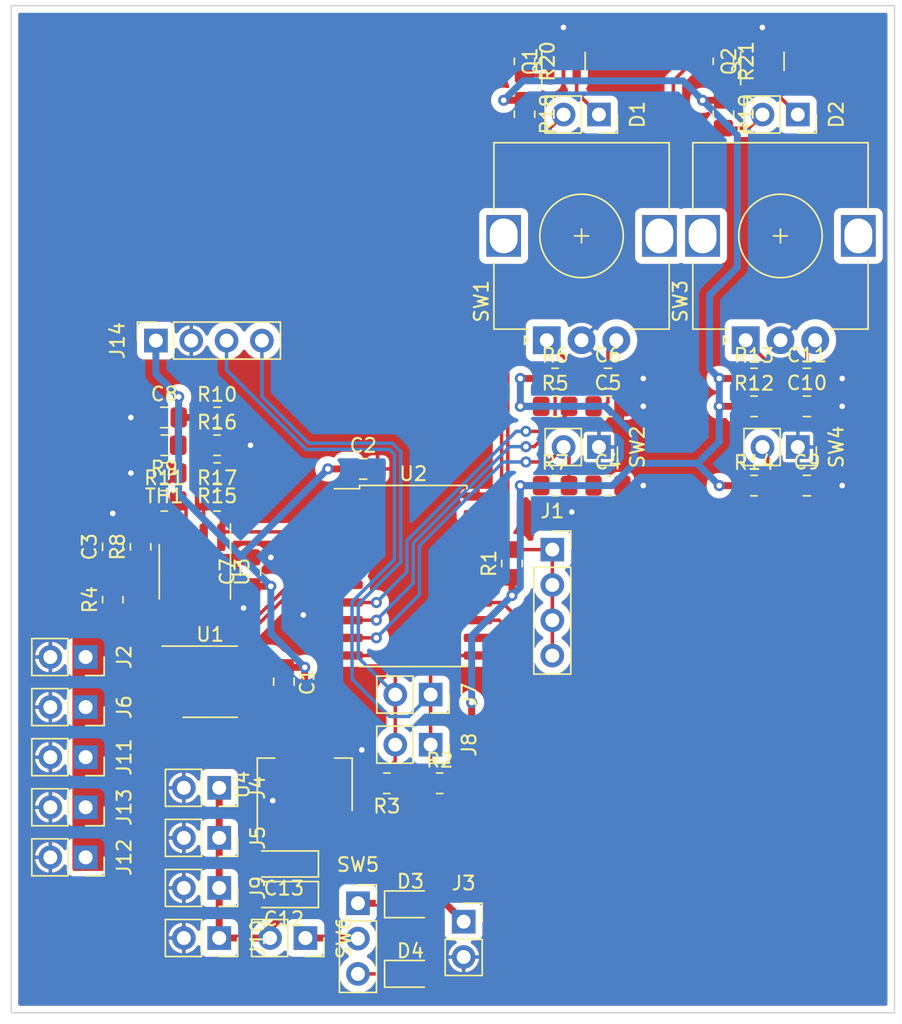
<source format=kicad_pcb>
(kicad_pcb (version 20211014) (generator pcbnew)
  (layers (0 "F.Cu" signal) (31 "B.Cu" signal) (34 "B.Paste" user) (35 "F.Paste" user) (36 "B.SilkS" user "B.Silkscreen") (37 "F.SilkS" user "F.Silkscreen") (38 "B.Mask" user) (39 "F.Mask" user) (44 "Edge.Cuts" user))
  (net 0 "")
  (net 1 "+3V3")
  (net 2 "GND")
  (net 3 "Net-(C3-Pad1)")
  (net 4 "/BUTT1")
  (net 5 "/ENC1B")
  (net 6 "/ENC1A")
  (net 7 "/BUTT2")
  (net 8 "/ENC2B")
  (net 9 "/ENC2A")
  (net 10 "VS")
  (net 11 "Net-(D1-Pad1)")
  (net 12 "Net-(D1-Pad2)")
  (net 13 "Net-(D2-Pad1)")
  (net 14 "Net-(D2-Pad2)")
  (net 15 "Net-(D3-Pad1)")
  (net 16 "/Vbatt")
  (net 17 "Net-(D4-Pad1)")
  (net 18 "/Vswitched")
  (net 19 "/~{EXT_RESET}")
  (net 20 "/Vpanel")
  (net 21 "/Vload")
  (net 22 "/SCL")
  (net 23 "/SDA")
  (net 24 "Net-(Q1-Pad1)")
  (net 25 "Net-(Q2-Pad1)")
  (net 26 "Net-(R11-Pad1)")
  (net 27 "Net-(R10-Pad2)")
  (net 28 "Net-(R11-Pad2)")
  (net 29 "Net-(R15-Pad2)")
  (net 30 "/Tsense")
  (net 31 "/LED_G")
  (net 32 "/LED_R")
  (net 33 "Net-(SW5-Pad2)")
  (net 34 "/Isense")
  (net 36 "/Vsense")
  (footprint "Connector_PinSocket_2.54mm:PinSocket_1x02_P2.54mm_Vertical" (layer "F.Cu") (at 127.95 110.125 -90)
    (fp_text reference "J2")
    (fp_text value "Conn_01x02")
  )
  (footprint "Rotary_Encoder:RotaryEncoder_Alps_EC12E_Vertical_H20mm" (layer "F.Cu") (at 175.4 87.35 90)
    (fp_text reference "SW3")
    (fp_text value "RotaryEncoder")
  )
  (footprint "Resistor_SMD:R_0805_2012Metric_Pad1.20x1.40mm_HandSolder" (layer "F.Cu") (at 133.6 96.9 180)
    (fp_text reference "TH1")
    (fp_text value "Thermistor")
  )
  (footprint "Resistor_SMD:R_0805_2012Metric_Pad1.20x1.40mm_HandSolder" (layer "F.Cu") (at 137.4 98.9)
    (fp_text reference "R17")
    (fp_text value "R")
  )
  (footprint "Connector_PinSocket_2.54mm:PinSocket_1x02_P2.54mm_Vertical" (layer "F.Cu") (at 164.85 95.025 -90)
    (fp_text reference "SW2")
    (fp_text value "SW_Push")
  )
  (footprint "Package_SO:SOIC-20W_7.5x12.8mm_P1.27mm" (layer "F.Cu") (at 151.5 104.3)
    (fp_text reference "U2")
    (fp_text value "ATtiny3226-SU")
  )
  (footprint "Resistor_SMD:R_0805_2012Metric_Pad1.20x1.40mm_HandSolder" (layer "F.Cu") (at 149.6 119.2 180)
    (fp_text reference "R3")
    (fp_text value "R")
  )
  (footprint "Resistor_SMD:R_0805_2012Metric_Pad1.20x1.40mm_HandSolder" (layer "F.Cu") (at 137.4 96.9 180)
    (fp_text reference "R15")
    (fp_text value "R")
  )
  (footprint "Resistor_SMD:R_0805_2012Metric_Pad1.20x1.40mm_HandSolder" (layer "F.Cu") (at 129.9 106 90)
    (fp_text reference "R4")
    (fp_text value "R")
  )
  (footprint "Connector_PinSocket_2.54mm:PinSocket_1x02_P2.54mm_Vertical" (layer "F.Cu") (at 164.85 71.125 -90)
    (fp_text reference "D1")
    (fp_text value "LED")
  )
  (footprint "Capacitor_SMD:C_0805_2012Metric_Pad1.18x1.45mm_HandSolder" (layer "F.Cu") (at 179.8 92.1)
    (fp_text reference "C10")
    (fp_text value "100n")
  )
  (footprint "Resistor_SMD:R_0805_2012Metric_Pad1.20x1.40mm_HandSolder" (layer "F.Cu") (at 133.6 98.9)
    (fp_text reference "R11")
    (fp_text value "R")
  )
  (footprint "Rotary_Encoder:RotaryEncoder_Alps_EC12E_Vertical_H20mm" (layer "F.Cu") (at 161.1 87.35 90)
    (fp_text reference "SW1")
    (fp_text value "RotaryEncoder")
  )
  (footprint "Diode_SMD:D_0805_2012Metric_Pad1.15x1.40mm_HandSolder" (layer "F.Cu") (at 151.3 127.9)
    (fp_text reference "D3")
    (fp_text value "D_Schottky")
  )
  (footprint "Connector_PinSocket_2.54mm:PinSocket_1x04_P2.54mm_Vertical" (layer "F.Cu") (at 133 87.375 90)
    (fp_text reference "J14")
    (fp_text value "Conn_01x04")
  )
  (footprint "Connector_PinSocket_2.54mm:PinSocket_1x02_P2.54mm_Vertical" (layer "F.Cu") (at 155.125 129.15)
    (fp_text reference "J3")
    (fp_text value "Conn_01x02")
  )
  (footprint "Resistor_SMD:R_0805_2012Metric_Pad1.20x1.40mm_HandSolder" (layer "F.Cu") (at 176 97.8)
    (fp_text reference "R14")
    (fp_text value "R")
  )
  (footprint "Resistor_SMD:R_0805_2012Metric_Pad1.20x1.40mm_HandSolder" (layer "F.Cu") (at 137.4 92.9)
    (fp_text reference "R10")
    (fp_text value "R")
  )
  (footprint "Connector_PinSocket_2.54mm:PinSocket_1x02_P2.54mm_Vertical" (layer "F.Cu") (at 127.95 124.525 -90)
    (fp_text reference "J12")
    (fp_text value "Conn_01x02")
  )
  (footprint "Connector_PinSocket_2.54mm:PinSocket_1x02_P2.54mm_Vertical" (layer "F.Cu") (at 179.15 95.025 -90)
    (fp_text reference "SW4")
    (fp_text value "SW_Push")
  )
  (footprint "Resistor_SMD:R_0805_2012Metric_Pad1.20x1.40mm_HandSolder" (layer "F.Cu") (at 173.8 67.3 -90)
    (fp_text reference "R21")
    (fp_text value "R")
  )
  (footprint "Capacitor_SMD:C_0805_2012Metric_Pad1.18x1.45mm_HandSolder" (layer "F.Cu") (at 165.5 92.1)
    (fp_text reference "C5")
    (fp_text value "100n")
  )
  (footprint "Connector_PinSocket_2.54mm:PinSocket_1x02_P2.54mm_Vertical" (layer "F.Cu") (at 137.55 123.125 -90)
    (fp_text reference "J5")
    (fp_text value "Conn_01x02")
  )
  (footprint "Connector_PinSocket_2.54mm:PinSocket_1x02_P2.54mm_Vertical" (layer "F.Cu") (at 137.55 119.525 -90)
    (fp_text reference "J4")
    (fp_text value "Conn_01x02")
  )
  (footprint "Diode_SMD:D_0805_2012Metric_Pad1.15x1.40mm_HandSolder" (layer "F.Cu") (at 151.3 132.9)
    (fp_text reference "D4")
    (fp_text value "D_Schottky")
  )
  (footprint "Connector_PinSocket_2.54mm:PinSocket_1x02_P2.54mm_Vertical" (layer "F.Cu") (at 143.75 130.325 -90)
    (fp_text reference "SW6")
    (fp_text value "SW_SPST")
  )
  (footprint "Package_TO_SOT_SMD:SOT-23" (layer "F.Cu") (at 176.6 67.3 90)
    (fp_text reference "Q2")
    (fp_text value "Q_NPN_BCE")
  )
  (footprint "Connector_PinSocket_2.54mm:PinSocket_1x02_P2.54mm_Vertical" (layer "F.Cu") (at 152.75 116.425 -90)
    (fp_text reference "J8")
    (fp_text value "Conn_01x02")
  )
  (footprint "Resistor_SMD:R_0805_2012Metric_Pad1.20x1.40mm_HandSolder" (layer "F.Cu") (at 131.9 102.2 90)
    (fp_text reference "R8")
    (fp_text value "R")
  )
  (footprint "Resistor_SMD:R_0805_2012Metric_Pad1.20x1.40mm_HandSolder" (layer "F.Cu") (at 176 90.1)
    (fp_text reference "R13")
    (fp_text value "R")
  )
  (footprint "Resistor_SMD:R_0805_2012Metric_Pad1.20x1.40mm_HandSolder" (layer "F.Cu") (at 159.5 71.1 -90)
    (fp_text reference "R18")
    (fp_text value "R")
  )
  (footprint "Connector_PinSocket_2.54mm:PinSocket_1x03_P2.54mm_Vertical" (layer "F.Cu") (at 147.525 127.825)
    (fp_text reference "SW5")
    (fp_text value "SW_SPDT")
  )
  (footprint "Capacitor_SMD:C_0805_2012Metric_Pad1.18x1.45mm_HandSolder" (layer "F.Cu") (at 165.5 97.8)
    (fp_text reference "C4")
    (fp_text value "100n")
  )
  (footprint "Connector_PinSocket_2.54mm:PinSocket_1x02_P2.54mm_Vertical" (layer "F.Cu") (at 127.95 113.725 -90)
    (fp_text reference "J6")
    (fp_text value "Conn_01x02")
  )
  (footprint "Capacitor_SMD:C_0805_2012Metric_Pad1.18x1.45mm_HandSolder" (layer "F.Cu") (at 133.6 92.9)
    (fp_text reference "C8")
    (fp_text value "100n")
  )
  (footprint "Resistor_SMD:R_0805_2012Metric_Pad1.20x1.40mm_HandSolder" (layer "F.Cu") (at 161.7 97.8)
    (fp_text reference "R7")
    (fp_text value "R")
  )
  (footprint "Capacitor_SMD:C_0805_2012Metric_Pad1.18x1.45mm_HandSolder" (layer "F.Cu") (at 139.8 104 90)
    (fp_text reference "C7")
    (fp_text value "100n")
  )
  (footprint "Resistor_SMD:R_0805_2012Metric_Pad1.20x1.40mm_HandSolder" (layer "F.Cu") (at 153.4 119.2)
    (fp_text reference "R2")
    (fp_text value "R")
  )
  (footprint "Capacitor_SMD:C_0805_2012Metric_Pad1.18x1.45mm_HandSolder" (layer "F.Cu") (at 142.2 111.9 -90)
    (fp_text reference "C1")
    (fp_text value "100n")
  )
  (footprint "Connector_PinSocket_2.54mm:PinSocket_1x02_P2.54mm_Vertical" (layer "F.Cu") (at 137.55 126.725 -90)
    (fp_text reference "J9")
    (fp_text value "Conn_01x02")
  )
  (footprint "Resistor_SMD:R_0805_2012Metric_Pad1.20x1.40mm_HandSolder" (layer "F.Cu") (at 133.6 94.9 180)
    (fp_text reference "R9")
    (fp_text value "R")
  )
  (footprint "Package_SO:SOIC-8_3.9x4.9mm_P1.27mm" (layer "F.Cu") (at 135.8 104 -90)
    (fp_text reference "U3")
    (fp_text value "TL072")
  )
  (footprint "Capacitor_SMD:C_0805_2012Metric_Pad1.18x1.45mm_HandSolder" (layer "F.Cu") (at 147.9 96.6)
    (fp_text reference "C2")
    (fp_text value "100n")
  )
  (footprint "Connector_PinSocket_2.54mm:PinSocket_1x04_P2.54mm_Vertical" (layer "F.Cu") (at 161.5 102.4)
    (fp_text reference "J1")
    (fp_text value "Conn_01x04")
  )
  (footprint "Resistor_SMD:R_0805_2012Metric_Pad1.20x1.40mm_HandSolder" (layer "F.Cu") (at 173.8 71.1 -90)
    (fp_text reference "R19")
    (fp_text value "R")
  )
  (footprint "Capacitor_SMD:C_0805_2012Metric_Pad1.18x1.45mm_HandSolder" (layer "F.Cu") (at 129.9 102.2 90)
    (fp_text reference "C3")
    (fp_text value "100n")
  )
  (footprint "Package_TO_SOT_SMD:SOT-23" (layer "F.Cu") (at 162.3 67.3 90)
    (fp_text reference "Q1")
    (fp_text value "Q_NPN_BCE")
  )
  (footprint "Capacitor_SMD:C_0805_2012Metric_Pad1.18x1.45mm_HandSolder" (layer "F.Cu") (at 179.8 90.1)
    (fp_text reference "C11")
    (fp_text value "100n")
  )
  (footprint "Connector_PinSocket_2.54mm:PinSocket_1x02_P2.54mm_Vertical" (layer "F.Cu") (at 127.95 117.325 -90)
    (fp_text reference "J11")
    (fp_text value "Conn_01x02")
  )
  (footprint "Capacitor_Tantalum_SMD:CP_EIA-3216-10_Kemet-I_Pad1.58x1.35mm_HandSolder" (layer "F.Cu") (at 142.2 125 180)
    (fp_text reference "C13")
    (fp_text value "10u")
  )
  (footprint "Resistor_SMD:R_0805_2012Metric_Pad1.20x1.40mm_HandSolder" (layer "F.Cu") (at 158.6 103.4 90)
    (fp_text reference "R1")
    (fp_text value "R")
  )
  (footprint "Package_TO_SOT_SMD:SOT-223-3_TabPin2" (layer "F.Cu") (at 143.7 119.3 90)
    (fp_text reference "U4")
    (fp_text value "NCP1117-3.3_SOT223")
  )
  (footprint "Package_SO:SOIC-8_3.9x4.9mm_P1.27mm" (layer "F.Cu") (at 136.9 111.9)
    (fp_text reference "U1")
    (fp_text value "TMCS1108A4U")
  )
  (footprint "Connector_PinSocket_2.54mm:PinSocket_1x02_P2.54mm_Vertical" (layer "F.Cu") (at 137.55 130.325 -90)
    (fp_text reference "J10")
    (fp_text value "Conn_01x02")
  )
  (footprint "Capacitor_Tantalum_SMD:CP_EIA-3216-10_Kemet-I_Pad1.58x1.35mm_HandSolder" (layer "F.Cu") (at 142.2 127.2 180)
    (fp_text reference "C12")
    (fp_text value "10u")
  )
  (footprint "Resistor_SMD:R_0805_2012Metric_Pad1.20x1.40mm_HandSolder" (layer "F.Cu") (at 137.4 94.9)
    (fp_text reference "R16")
    (fp_text value "R")
  )
  (footprint "Resistor_SMD:R_0805_2012Metric_Pad1.20x1.40mm_HandSolder" (layer "F.Cu") (at 161.7 90.1)
    (fp_text reference "R6")
    (fp_text value "R")
  )
  (footprint "Resistor_SMD:R_0805_2012Metric_Pad1.20x1.40mm_HandSolder" (layer "F.Cu") (at 161.7 92.1)
    (fp_text reference "R5")
    (fp_text value "R")
  )
  (footprint "Resistor_SMD:R_0805_2012Metric_Pad1.20x1.40mm_HandSolder" (layer "F.Cu") (at 159.5 67.3 -90)
    (fp_text reference "R20")
    (fp_text value "R")
  )
  (footprint "Resistor_SMD:R_0805_2012Metric_Pad1.20x1.40mm_HandSolder" (layer "F.Cu") (at 176 92.1)
    (fp_text reference "R12")
    (fp_text value "R")
  )
  (footprint "Capacitor_SMD:C_0805_2012Metric_Pad1.18x1.45mm_HandSolder" (layer "F.Cu") (at 179.8 97.8)
    (fp_text reference "C9")
    (fp_text value "100n")
  )
  (footprint "Connector_PinSocket_2.54mm:PinSocket_1x02_P2.54mm_Vertical" (layer "F.Cu") (at 179.15 71.125 -90)
    (fp_text reference "D2")
    (fp_text value "LED")
  )
  (footprint "Connector_PinSocket_2.54mm:PinSocket_1x02_P2.54mm_Vertical" (layer "F.Cu") (at 127.95 120.925 -90)
    (fp_text reference "J13")
    (fp_text value "Conn_01x02")
  )
  (footprint "Connector_PinSocket_2.54mm:PinSocket_1x02_P2.54mm_Vertical" (layer "F.Cu") (at 152.75 112.825 -90)
    (fp_text reference "J7")
    (fp_text value "Conn_01x02")
  )
  (footprint "Capacitor_SMD:C_0805_2012Metric_Pad1.18x1.45mm_HandSolder" (layer "F.Cu") (at 165.5 90.1)
    (fp_text reference "C6")
    (fp_text value "100n")
  )
  (gr_rect (start 122.6 135.7) (end 186.1 63.3) (layer "Edge.Cuts") (width 0.1) (fill none))
  (segment (start 155.7 113.4) (end 155.7 120) (width 0.5) (layer "F.Cu") (net 1))
  (segment (start 141.3325 109.995) (end 142.2 110.8625) (width 0.5) (layer "F.Cu") (net 1))
  (segment (start 139.375 109.995) (end 141.3325 109.995) (width 0.5) (layer "F.Cu") (net 1))
  (segment (start 134.6 94.9) (end 134.6 92.9375) (width 0.5) (layer "F.Cu") (net 1))
  (segment (start 143.7 110.8625) (end 143.7 116.15) (width 0.5) (layer "F.Cu") (net 1))
  (segment (start 151.5 119.2) (end 151.5 120.7) (width 0.5) (layer "F.Cu") (net 1))
  (segment (start 143.7 120.7) (end 143.7 122.45) (width 0.5) (layer "F.Cu") (net 1))
  (segment (start 134.6375 92.9) (end 136.4 92.9) (width 0.5) (layer "F.Cu") (net 1))
  (segment (start 146.8625 96.6) (end 145.3625 96.6) (width 0.5) (layer "F.Cu") (net 1))
  (segment (start 134.6375 91.41875) (end 134.6375 92.9) (width 0.5) (layer "F.Cu") (net 1))
  (segment (start 159.2 90.1) (end 160.7 90.1) (width 0.5) (layer "F.Cu") (net 1))
  (segment (start 159.2 92.1) (end 160.7 92.1) (width 0.5) (layer "F.Cu") (net 1))
  (segment (start 142.2 110.8625) (end 143.7 110.8625) (width 0.5) (layer "F.Cu") (net 1))
  (segment (start 143.7 116.15) (end 143.7 120.7) (width 0.5) (layer "F.Cu") (net 1))
  (segment (start 143.7 124.9375) (end 143.6375 125) (width 0.5) (layer "F.Cu") (net 1))
  (segment (start 175 97.8) (end 173.5 97.8) (width 0.5) (layer "F.Cu") (net 1))
  (segment (start 159.2 97.8) (end 160.7 97.8) (width 0.5) (layer "F.Cu") (net 1))
  (segment (start 146.85 96.6125) (end 146.8625 96.6) (width 0.5) (layer "F.Cu") (net 1))
  (segment (start 172.3 70.1) (end 173.8 70.1) (width 0.5) (layer "F.Cu") (net 1))
  (segment (start 143.7 122.45) (end 143.7 124.9375) (width 0.5) (layer "F.Cu") (net 1))
  (segment (start 158 70.1) (end 159.5 70.1) (width 0.5) (layer "F.Cu") (net 1))
  (segment (start 137.9625 105.0375) (end 139.8 105.0375) (width 0.5) (layer "F.Cu") (net 1))
  (segment (start 155.7 120) (end 155 120.7) (width 0.5) (layer "F.Cu") (net 1))
  (segment (start 137.705 106.475) (end 137.705 105.295) (width 0.5) (layer "F.Cu") (net 1))
  (segment (start 175 90.1) (end 173.5 90.1) (width 0.5) (layer "F.Cu") (net 1))
  (segment (start 150.6 119.2) (end 151.5 119.2) (width 0.5) (layer "F.Cu") (net 1))
  (segment (start 143.7 120.7) (end 151.5 120.7) (width 0.5) (layer "F.Cu") (net 1))
  (segment (start 134.6 92.9375) (end 134.61875 92.91875) (width 0.5) (layer "F.Cu") (net 1))
  (segment (start 134.61875 92.91875) (end 134.6375 92.9) (width 0.5) (layer "F.Cu") (net 1))
  (segment (start 151.5 119.2) (end 152.4 119.2) (width 0.5) (layer "F.Cu") (net 1))
  (segment (start 146.85 98.585) (end 146.85 96.6125) (width 0.5) (layer "F.Cu") (net 1))
  (segment (start 139.8 105.0375) (end 141.2625 105.0375) (width 0.5) (layer "F.Cu") (net 1))
  (segment (start 158.6 105.7) (end 158.6 104.4) (width 0.5) (layer "F.Cu") (net 1))
  (segment (start 155 120.7) (end 151.5 120.7) (width 0.5) (layer "F.Cu") (net 1))
  (segment (start 137.705 105.295) (end 137.9625 105.0375) (width 0.5) (layer "F.Cu") (net 1))
  (segment (start 175 92.1) (end 173.5 92.1) (width 0.5) (layer "F.Cu") (net 1))
  (via (at 173.5 92.1) (size 0.8) (drill 0.4) (layers "F.Cu" "B.Cu") (net 1))
  (via (at 159.2 92.1) (size 0.8) (drill 0.4) (layers "F.Cu" "B.Cu") (net 1))
  (via (at 159.2 90.1) (size 0.8) (drill 0.4) (layers "F.Cu" "B.Cu") (net 1))
  (via (at 158.6 105.7) (size 0.8) (drill 0.4) (layers "F.Cu" "B.Cu") (net 1))
  (via (at 143.7 110.8625) (size 0.8) (drill 0.4) (layers "F.Cu" "B.Cu") (net 1))
  (via (at 159.2 97.8) (size 0.8) (drill 0.4) (layers "F.Cu" "B.Cu") (net 1))
  (via (at 141.2625 105.0375) (size 0.8) (drill 0.4) (layers "F.Cu" "B.Cu") (net 1))
  (via (at 145.3625 96.6) (size 0.8) (drill 0.4) (layers "F.Cu" "B.Cu") (net 1))
  (via (at 155.7 113.4) (size 0.8) (drill 0.4) (layers "F.Cu" "B.Cu") (net 1))
  (via (at 158 70.1) (size 0.8) (drill 0.4) (layers "F.Cu" "B.Cu") (net 1))
  (via (at 173.5 97.8) (size 0.8) (drill 0.4) (layers "F.Cu" "B.Cu") (net 1))
  (via (at 172.3 70.1) (size 0.8) (drill 0.4) (layers "F.Cu" "B.Cu") (net 1))
  (via (at 173.5 90.1) (size 0.8) (drill 0.4) (layers "F.Cu" "B.Cu") (net 1))
  (via (at 134.6375 91.41875) (size 0.8) (drill 0.4) (layers "F.Cu" "B.Cu") (net 1))
  (segment (start 167.4 96.2) (end 167.4 94.2) (width 0.5) (layer "B.Cu") (net 1))
  (segment (start 172.3 70.1) (end 170.9 68.7) (width 0.5) (layer "B.Cu") (net 1))
  (segment (start 159.2 105.1) (end 158.6 105.7) (width 0.5) (layer "B.Cu") (net 1))
  (segment (start 133 89.78125) (end 134.6375 91.41875) (width 0.5) (layer "B.Cu") (net 1))
  (segment (start 134.6375 98.4125) (end 134.6375 91.41875) (width 0.5) (layer "B.Cu") (net 1))
  (segment (start 174.8 72.6) (end 172.3 70.1) (width 0.5) (layer "B.Cu") (net 1))
  (segment (start 167.4 94.2) (end 165.3 92.1) (width 0.5) (layer "B.Cu") (net 1))
  (segment (start 165.3 92.1) (end 159.2 92.1) (width 0.5) (layer "B.Cu") (net 1))
  (segment (start 167.4 96.2) (end 171.9 96.2) (width 0.5) (layer "B.Cu") (net 1))
  (segment (start 165.8 97.8) (end 167.4 96.2) (width 0.5) (layer "B.Cu") (net 1))
  (segment (start 172.8 84.1) (end 174.8 82.1) (width 0.5) (layer "B.Cu") (net 1))
  (segment (start 173.5 90.1) (end 172.8 89.4) (width 0.5) (layer "B.Cu") (net 1))
  (segment (start 139.09375 102.86875) (end 141.2625 105.0375) (width 0.5) (layer "B.Cu") (net 1))
  (segment (start 159.2 97.8) (end 165.8 97.8) (width 0.5) (layer "B.Cu") (net 1))
  (segment (start 173.5 94.65) (end 171.95 96.2) (width 0.5) (layer "B.Cu") (net 1))
  (segment (start 174.8 82.1) (end 174.8 72.6) (width 0.5) (layer "B.Cu") (net 1))
  (segment (start 170.9 68.7) (end 159.4 68.7) (width 0.5) (layer "B.Cu") (net 1))
  (segment (start 173.5 92.1) (end 173.5 94.65) (width 0.5) (layer "B.Cu") (net 1))
  (segment (start 171.9 96.2) (end 173.5 97.8) (width 0.5) (layer "B.Cu") (net 1))
  (segment (start 143.7 110.8625) (end 141.2625 108.425) (width 0.5) (layer "B.Cu") (net 1))
  (segment (start 141.2625 108.425) (end 141.2625 105.0375) (width 0.5) (layer "B.Cu") (net 1))
  (segment (start 145.3625 96.6) (end 139.09375 102.86875) (width 0.5) (layer "B.Cu") (net 1))
  (segment (start 141.2625 105.0375) (end 134.6375 98.4125) (width 0.5) (layer "B.Cu") (net 1))
  (segment (start 159.4 68.7) (end 158 70.1) (width 0.5) (layer "B.Cu") (net 1))
  (segment (start 172.8 89.4) (end 172.8 84.1) (width 0.5) (layer "B.Cu") (net 1))
  (segment (start 159.2 97.8) (end 159.2 105.1) (width 0.5) (layer "B.Cu") (net 1))
  (segment (start 173.5 90.1) (end 173.5 92.1) (width 0.5) (layer "B.Cu") (net 1))
  (segment (start 159.2 92.1) (end 159.2 90.1) (width 0.5) (layer "B.Cu") (net 1))
  (segment (start 133 87.375) (end 133 89.78125) (width 0.5) (layer "B.Cu") (net 1))
  (segment (start 155.7 113.4) (end 155.7 108.6) (width 0.5) (layer "B.Cu") (net 1))
  (segment (start 155.7 108.6) (end 158.6 105.7) (width 0.5) (layer "B.Cu") (net 1))
  (segment (start 139.375 113.805) (end 141.3325 113.805) (width 0.25) (layer "F.Cu") (net 2))
  (segment (start 182.3375 90.1) (end 180.8375 90.1) (width 0.5) (layer "F.Cu") (net 2))
  (segment (start 139.8 102.9625) (end 134.1625 102.9625) (width 0.5) (layer "F.Cu") (net 2))
  (segment (start 141.3325 113.805) (end 142.2 112.9375) (width 0.25) (layer "F.Cu") (net 2))
  (segment (start 131.9 101.2) (end 133.895 101.2) (width 0.5) (layer "F.Cu") (net 2))
  (segment (start 138.4 94.9) (end 139.8 94.9) (width 0.5) (layer "F.Cu") (net 2))
  (segment (start 131.8625 101.1625) (end 131.9 101.2) (width 0.5) (layer "F.Cu") (net 2))
  (segment (start 166.5375 92.1) (end 168.0375 92.1) (width 0.5) (layer "F.Cu") (net 2))
  (segment (start 166.5375 90.1) (end 168.0375 90.1) (width 0.5) (layer "F.Cu") (net 2))
  (segment (start 162.3 66.3625) (end 162.3 64.8625) (width 0.5) (layer "F.Cu") (net 2))
  (segment (start 166.5375 97.8) (end 168.0375 97.8) (width 0.5) (layer "F.Cu") (net 2))
  (segment (start 134.1625 102.9625) (end 133.895 102.695) (width 0.5) (layer "F.Cu") (net 2))
  (segment (start 132.5625 92.9) (end 131.2 92.9) (width 0.5) (layer "F.Cu") (net 2))
  (segment (start 129.9 101.1625) (end 131.8625 101.1625) (width 0.5) (layer "F.Cu") (net 2))
  (segment (start 176.6 66.3625) (end 176.6 64.8625) (width 0.5) (layer "F.Cu") (net 2))
  (segment (start 139.8 102.9625) (end 141.2625 102.9625) (width 0.5) (layer "F.Cu") (net 2))
  (segment (start 182.3375 97.8) (end 180.8375 97.8) (width 0.5) (layer "F.Cu") (net 2))
  (segment (start 182.3375 92.1) (end 180.8375 92.1) (width 0.5) (layer "F.Cu") (net 2))
  (segment (start 129.9 101.1625) (end 129.9 99.8) (width 0.5) (layer "F.Cu") (net 2))
  (segment (start 133.895 102.695) (end 133.895 101.525) (width 0.5) (layer "F.Cu") (net 2))
  (segment (start 132.6 96.9) (end 131.2 96.9) (width 0.5) (layer "F.Cu") (net 2))
  (via (at 147.8 116.8) (size 0.8) (drill 0.4) (layers "F.Cu" "B.Cu") (net 2))
  (via (at 168.0375 90.1) (size 0.8) (drill 0.4) (layers "F.Cu" "B.Cu") (net 2))
  (via (at 131.2 92.9) (size 0.8) (drill 0.4) (layers "F.Cu" "B.Cu") (net 2))
  (via (at 129.9 99.8) (size 0.8) (drill 0.4) (layers "F.Cu" "B.Cu") (net 2))
  (via (at 139.8 94.9) (size 0.8) (drill 0.4) (layers "F.Cu" "B.Cu") (net 2))
  (via (at 182.3375 90.1) (size 0.8) (drill 0.4) (layers "F.Cu" "B.Cu") (net 2))
  (via (at 168.0375 97.8) (size 0.8) (drill 0.4) (layers "F.Cu" "B.Cu") (net 2))
  (via (at 131.2 96.9) (size 0.8) (drill 0.4) (layers "F.Cu" "B.Cu") (net 2))
  (via (at 141.4 120.45) (size 0.8) (drill 0.4) (layers "F.Cu" "B.Cu") (net 2))
  (via (at 141.2625 102.9625) (size 0.8) (drill 0.4) (layers "F.Cu" "B.Cu") (net 2))
  (via (at 143.6 107.1) (size 0.8) (drill 0.4) (layers "F.Cu" "B.Cu") (net 2))
  (via (at 162.9 99.7) (size 0.8) (drill 0.4) (layers "F.Cu" "B.Cu") (net 2))
  (via (at 162.3 64.8625) (size 0.8) (drill 0.4) (layers "F.Cu" "B.Cu") (net 2))
  (via (at 176.6 64.8625) (size 0.8) (drill 0.4) (layers "F.Cu" "B.Cu") (net 2))
  (via (at 139.3 106.6) (size 0.8) (drill 0.4) (layers "F.Cu" "B.Cu") (net 2))
  (via (at 182.3375 97.8) (size 0.8) (drill 0.4) (layers "F.Cu" "B.Cu") (net 2))
  (via (at 182.3375 92.1) (size 0.8) (drill 0.4) (layers "F.Cu" "B.Cu") (net 2))
  (via (at 168.0375 92.1) (size 0.8) (drill 0.4) (layers "F.Cu" "B.Cu") (net 2))
  (segment (start 133.895 104.195) (end 133.895 106.475) (width 0.25) (layer "F.Cu") (net 3))
  (segment (start 129.9 103.2375) (end 131.8625 103.2375) (width 0.25) (layer "F.Cu") (net 3))
  (segment (start 129.9 105) (end 129.9 103.2375) (width 0.25) (layer "F.Cu") (net 3))
  (segment (start 132.9 103.2) (end 133.895 104.195) (width 0.25) (layer "F.Cu") (net 3))
  (segment (start 131.9 103.2) (end 132.9 103.2) (width 0.25) (layer "F.Cu") (net 3))
  (segment (start 131.8625 103.2375) (end 131.9 103.2) (width 0.25) (layer "F.Cu") (net 3))
  (segment (start 146.85 108.745) (end 148.85 108.745) (width 0.25) (layer "F.Cu") (net 4))
  (segment (start 162.7 97.8) (end 162.7 95.415) (width 0.25) (layer "F.Cu") (net 4))
  (segment (start 162.7 95.415) (end 162.31 95.025) (width 0.25) (layer "F.Cu") (net 4))
  (segment (start 162.31 95.025) (end 161.235 96.1) (width 0.25) (layer "F.Cu") (net 4))
  (segment (start 164.4625 97.8) (end 162.7 97.8) (width 0.25) (layer "F.Cu") (net 4))
  (segment (start 161.235 96.1) (end 159.6 96.1) (width 0.25) (layer "F.Cu") (net 4))
  (via (at 159.6 96.1) (size 0.8) (drill 0.4) (layers "F.Cu" "B.Cu") (net 4))
  (via (at 148.85 108.745) (size 0.8) (drill 0.4) (layers "F.Cu" "B.Cu") (net 4))
  (segment (start 151.94952 105.64548) (end 148.85 108.745) (width 0.25) (layer "B.Cu") (net 4))
  (segment (start 157.971436 96.1) (end 151.94952 102.121916) (width 0.25) (layer "B.Cu") (net 4))
  (segment (start 159.6 96.1) (end 157.971436 96.1) (width 0.25) (layer "B.Cu") (net 4))
  (segment (start 151.94952 102.121916) (end 151.94952 105.64548) (width 0.25) (layer "B.Cu") (net 4))
  (segment (start 160.2 95) (end 162.7 92.5) (width 0.25) (layer "F.Cu") (net 5))
  (segment (start 165.5 87.95) (end 166.1 87.35) (width 0.25) (layer "F.Cu") (net 5))
  (segment (start 165.5 91.8) (end 165.5 87.95) (width 0.25) (layer "F.Cu") (net 5))
  (segment (start 164.4625 92.1) (end 162.7 92.1) (width 0.25) (layer "F.Cu") (net 5))
  (segment (start 146.85 107.475) (end 148.85 107.475) (width 0.25) (layer "F.Cu") (net 5))
  (segment (start 165.2 92.1) (end 165.5 91.8) (width 0.25) (layer "F.Cu") (net 5))
  (segment (start 164.4625 92.1) (end 165.2 92.1) (width 0.25) (layer "F.Cu") (net 5))
  (segment (start 162.7 92.5) (end 162.7 92.1) (width 0.25) (layer "F.Cu") (net 5))
  (segment (start 159.6 95) (end 160.2 95) (width 0.25) (layer "F.Cu") (net 5))
  (via (at 148.85 107.475) (size 0.8) (drill 0.4) (layers "F.Cu" "B.Cu") (net 5))
  (via (at 159.6 95) (size 0.8) (drill 0.4) (layers "F.Cu" "B.Cu") (net 5))
  (segment (start 148.85 107.475) (end 151.5 104.825) (width 0.25) (layer "B.Cu") (net 5))
  (segment (start 151.5 101.935718) (end 158.435718 95) (width 0.25) (layer "B.Cu") (net 5))
  (segment (start 151.5 104.825) (end 151.5 101.935718) (width 0.25) (layer "B.Cu") (net 5))
  (segment (start 158.435718 95) (end 159.6 95) (width 0.25) (layer "B.Cu") (net 5))
  (segment (start 164.4625 90.1) (end 162.7 90.1) (width 0.25) (layer "F.Cu") (net 6))
  (segment (start 161.1 87.35) (end 162.7 88.95) (width 0.25) (layer "F.Cu") (net 6))
  (segment (start 146.85 106.205) (end 148.85 106.205) (width 0.25) (layer "F.Cu") (net 6))
  (segment (start 161.7 90.3) (end 161.9 90.1) (width 0.25) (layer "F.Cu") (net 6))
  (segment (start 162.7 88.95) (end 162.7 90.1) (width 0.25) (layer "F.Cu") (net 6))
  (segment (start 159.6 93.9) (end 160.6 93.9) (width 0.25) (layer "F.Cu") (net 6))
  (segment (start 161.7 92.8) (end 161.7 90.3) (width 0.25) (layer "F.Cu") (net 6))
  (segment (start 160.6 93.9) (end 161.7 92.8) (width 0.25) (layer "F.Cu") (net 6))
  (segment (start 161.9 90.1) (end 162.7 90.1) (width 0.25) (layer "F.Cu") (net 6))
  (via (at 148.85 106.205) (size 0.8) (drill 0.4) (layers "F.Cu" "B.Cu") (net 6))
  (via (at 159.6 93.9) (size 0.8) (drill 0.4) (layers "F.Cu" "B.Cu") (net 6))
  (segment (start 151.05048 104.00452) (end 148.85 106.205) (width 0.25) (layer "B.Cu") (net 6))
  (segment (start 151.05048 101.74952) (end 151.05048 104.00452) (width 0.25) (layer "B.Cu") (net 6))
  (segment (start 159.6 93.9) (end 158.9 93.9) (width 0.25) (layer "B.Cu") (net 6))
  (segment (start 158.9 93.9) (end 151.05048 101.74952) (width 0.25) (layer "B.Cu") (net 6))
  (segment (start 163.6 102.1) (end 166.3 99.4) (width 0.25) (layer "F.Cu") (net 7))
  (segment (start 177 95.415) (end 176.61 95.025) (width 0.25) (layer "F.Cu") (net 7))
  (segment (start 177 97.8) (end 178.7625 97.8) (width 0.25) (layer "F.Cu") (net 7))
  (segment (start 157.905 106.205) (end 159.5 107.8) (width 0.25) (layer "F.Cu") (net 7))
  (segment (start 159.5 107.8) (end 159.5 111) (width 0.25) (layer "F.Cu") (net 7))
  (segment (start 156.15 106.205) (end 157.905 106.205) (width 0.25) (layer "F.Cu") (net 7))
  (segment (start 177 97.8) (end 177 95.415) (width 0.25) (layer "F.Cu") (net 7))
  (segment (start 176.6 99.4) (end 177 99) (width 0.25) (layer "F.Cu") (net 7))
  (segment (start 159.5 111) (end 160.2 111.7) (width 0.25) (layer "F.Cu") (net 7))
  (segment (start 160.2 111.7) (end 163.1 111.7) (width 0.25) (layer "F.Cu") (net 7))
  (segment (start 166.3 99.4) (end 176.6 99.4) (width 0.25) (layer "F.Cu") (net 7))
  (segment (start 163.1 111.7) (end 163.6 111.2) (width 0.25) (layer "F.Cu") (net 7))
  (segment (start 177 99) (end 177 97.8) (width 0.25) (layer "F.Cu") (net 7))
  (segment (start 163.6 111.2) (end 163.6 102.1) (width 0.25) (layer "F.Cu") (net 7))
  (segment (start 159.827604 112.59904) (end 158.60096 111.372396) (width 0.25) (layer "F.Cu") (net 8))
  (segment (start 166.654057 100.317379) (end 164.49904 102.472396) (width 0.25) (layer "F.Cu") (net 8))
  (segment (start 179.8 92.788636) (end 183.511531 96.500168) (width 0.25) (layer "F.Cu") (net 8))
  (segment (start 179.8 87.95) (end 180.4 87.35) (width 0.25) (layer "F.Cu") (net 8))
  (segment (start 158.309282 108.745) (end 156.15 108.745) (width 0.25) (layer "F.Cu") (net 8))
  (segment (start 179.8 92.1) (end 179.8 92.788636) (width 0.25) (layer "F.Cu") (net 8))
  (segment (start 182.218338 100.317379) (end 166.654057 100.317379) (width 0.25) (layer "F.Cu") (net 8))
  (segment (start 183.511531 99.024187) (end 183.248208 99.287509) (width 0.25) (layer "F.Cu") (net 8))
  (segment (start 158.60096 111.372396) (end 158.60096 109.036678) (width 0.25) (layer "F.Cu") (net 8))
  (segment (start 183.511531 96.500168) (end 183.511531 99.024187) (width 0.25) (layer "F.Cu") (net 8))
  (segment (start 164.49904 102.472396) (end 164.49904 111.636678) (width 0.25) (layer "F.Cu") (net 8))
  (segment (start 178.7625 92.1) (end 179.8 92.1) (width 0.25) (layer "F.Cu") (net 8))
  (segment (start 179.8 92.1) (end 179.8 87.95) (width 0.25) (layer "F.Cu") (net 8))
  (segment (start 183.248208 99.287509) (end 182.218338 100.317379) (width 0.25) (layer "F.Cu") (net 8))
  (segment (start 163.536677 112.59904) (end 159.827604 112.59904) (width 0.25) (layer "F.Cu") (net 8))
  (segment (start 164.49904 111.636678) (end 163.536677 112.59904) (width 0.25) (layer "F.Cu") (net 8))
  (segment (start 158.60096 109.036678) (end 158.309282 108.745) (width 0.25) (layer "F.Cu") (net 8))
  (segment (start 177 92.1) (end 178.7625 92.1) (width 0.25) (layer "F.Cu") (net 8))
  (segment (start 176.3 93.2) (end 176 92.9) (width 0.25) (layer "F.Cu") (net 9))
  (segment (start 178.7625 90.1) (end 177 90.1) (width 0.25) (layer "F.Cu") (net 9))
  (segment (start 182.032141 99.867859) (end 183.062011 98.837989) (width 0.25) (layer "F.Cu") (net 9))
  (segment (start 160.013803 112.14952) (end 163.35048 112.14952) (width 0.25) (layer "F.Cu") (net 9))
  (segment (start 176 91.1) (end 177 90.1) (width 0.25) (layer "F.Cu") (net 9))
  (segment (start 157.675 107.475) (end 159.05048 108.85048) (width 0.25) (layer "F.Cu") (net 9))
  (segment (start 179.575646 93.2) (end 176.3 93.2) (width 0.25) (layer "F.Cu") (net 9))
  (segment (start 156.15 107.475) (end 157.675 107.475) (width 0.25) (layer "F.Cu") (net 9))
  (segment (start 175.4 87.35) (end 177 88.95) (width 0.25) (layer "F.Cu") (net 9))
  (segment (start 159.05048 108.85048) (end 159.05048 111.186198) (width 0.25) (layer "F.Cu") (net 9))
  (segment (start 166.467859 99.867859) (end 182.032141 99.867859) (width 0.25) (layer "F.Cu") (net 9))
  (segment (start 164.04952 111.45048) (end 164.04952 102.286198) (width 0.25) (layer "F.Cu") (net 9))
  (segment (start 164.04952 102.286198) (end 166.467859 99.867859) (width 0.25) (layer "F.Cu") (net 9))
  (segment (start 183.062011 98.837989) (end 183.062011 96.686365) (width 0.25) (layer "F.Cu") (net 9))
  (segment (start 183.062011 96.686365) (end 179.575646 93.2) (width 0.25) (layer "F.Cu") (net 9))
  (segment (start 177 88.95) (end 177 90.1) (width 0.25) (layer "F.Cu") (net 9))
  (segment (start 163.35048 112.14952) (end 164.04952 111.45048) (width 0.25) (layer "F.Cu") (net 9))
  (segment (start 159.05048 111.186198) (end 160.013803 112.14952) (width 0.25) (layer "F.Cu") (net 9))
  (segment (start 176 92.9) (end 176 91.1) (width 0.25) (layer "F.Cu") (net 9))
  (segment (start 141.21 129.6275) (end 143.6375 127.2) (width 0.5) (layer "F.Cu") (net 10))
  (segment (start 141.21 130.325) (end 141.21 129.6275) (width 0.5) (layer "F.Cu") (net 10))
  (segment (start 146 126.3) (end 146 122.45) (width 0.5) (layer "F.Cu") (net 10))
  (segment (start 137.55 119.525) (end 137.55 123.125) (width 0.5) (layer "F.Cu") (net 10))
  (segment (start 137.55 126.725) (end 137.55 123.125) (width 0.5) (layer "F.Cu") (net 10))
  (segment (start 143.6375 127.2) (end 145.1 127.2) (width 0.5) (layer "F.Cu") (net 10))
  (segment (start 145.1 127.2) (end 146 126.3) (width 0.5) (layer "F.Cu") (net 10))
  (segment (start 137.55 130.325) (end 137.55 126.725) (width 0.5) (layer "F.Cu") (net 10))
  (segment (start 141.21 130.325) (end 137.55 130.325) (width 0.5) (layer "F.Cu") (net 10))
  (segment (start 163.25 69.55) (end 164.825 71.125) (width 0.25) (layer "F.Cu") (net 11))
  (segment (start 163.25 68.2375) (end 163.25 69.55) (width 0.25) (layer "F.Cu") (net 11))
  (segment (start 164.825 71.125) (end 164.85 71.125) (width 0.25) (layer "F.Cu") (net 11))
  (segment (start 161.335 72.1) (end 162.31 71.125) (width 0.25) (layer "F.Cu") (net 12))
  (segment (start 159.5 72.1) (end 161.335 72.1) (width 0.25) (layer "F.Cu") (net 12))
  (segment (start 177.55 68.2375) (end 177.55 69.55) (width 0.25) (layer "F.Cu") (net 13))
  (segment (start 179.125 71.125) (end 179.15 71.125) (width 0.25) (layer "F.Cu") (net 13))
  (segment (start 177.55 69.55) (end 179.125 71.125) (width 0.25) (layer "F.Cu") (net 13))
  (segment (start 175.635 72.1) (end 176.61 71.125) (width 0.25) (layer "F.Cu") (net 14))
  (segment (start 173.8 72.1) (end 175.635 72.1) (width 0.25) (layer "F.Cu") (net 14))
  (segment (start 150.2 127.825) (end 147.525 127.825) (width 0.5) (layer "F.Cu") (net 15))
  (segment (start 150.275 127.9) (end 150.2 127.825) (width 0.5) (layer "F.Cu") (net 15))
  (segment (start 152.325 127.9) (end 153.875 127.9) (width 0.5) (layer "F.Cu") (net 16))
  (segment (start 153.875 127.9) (end 155.125 129.15) (width 0.5) (layer "F.Cu") (net 16))
  (segment (start 150.27 132.905) (end 150.275 132.9) (width 0.25) (layer "F.Cu") (net 17))
  (segment (start 147.525 132.905) (end 150.27 132.905) (width 0.25) (layer "F.Cu") (net 17))
  (segment (start 158.595 102.395) (end 158.6 102.4) (width 0.25) (layer "F.Cu") (net 19))
  (segment (start 156.15 102.395) (end 158.595 102.395) (width 0.25) (layer "F.Cu") (net 19))
  (segment (start 161.5 102.4) (end 161.5 110.02) (width 0.25) (layer "F.Cu") (net 19))
  (segment (start 158.6 102.4) (end 161.5 102.4) (width 0.25) (layer "F.Cu") (net 19))
  (segment (start 127.95 107.75) (end 128.7 107) (width 0.25) (layer "F.Cu") (net 20))
  (segment (start 127.95 110.125) (end 127.95 107.75) (width 0.25) (layer "F.Cu") (net 20))
  (segment (start 128.7 107) (end 129.9 107) (width 0.25) (layer "F.Cu") (net 20))
  (segment (start 152.75 117.55) (end 152.75 116.425) (width 0.25) (layer "F.Cu") (net 22))
  (segment (start 152.75 112.825) (end 152.75 116.425) (width 0.25) (layer "F.Cu") (net 22))
  (segment (start 154.4 119.2) (end 152.75 117.55) (width 0.25) (layer "F.Cu") (net 22))
  (segment (start 152.75 110.75) (end 152.75 112.825) (width 0.25) (layer "F.Cu") (net 22))
  (segment (start 156.15 110.015) (end 153.485 110.015) (width 0.25) (layer "F.Cu") (net 22))
  (segment (start 153.485 110.015) (end 152.75 110.75) (width 0.25) (layer "F.Cu") (net 22))
  (segment (start 147.1 106.164282) (end 150.15144 103.112842) (width 0.25) (layer "B.Cu") (net 22))
  (segment (start 149.8 95.2) (end 143.8 95.2) (width 0.25) (layer "B.Cu") (net 22))
  (segment (start 152.75 112.825) (end 151.175 114.4) (width 0.25) (layer "B.Cu") (net 22))
  (segment (start 143.8 95.2) (end 138.08 89.48) (width 0.25) (layer "B.Cu") (net 22))
  (segment (start 147.1 111.7) (end 147.1 106.164282) (width 0.25) (layer "B.Cu") (net 22))
  (segment (start 149.8 114.4) (end 147.1 111.7) (width 0.25) (layer "B.Cu") (net 22))
  (segment (start 151.175 114.4) (end 149.8 114.4) (width 0.25) (layer "B.Cu") (net 22))
  (segment (start 138.08 89.48) (end 138.08 87.375) (width 0.25) (layer "B.Cu") (net 22))
  (segment (start 150.15144 103.112842) (end 150.15144 95.55144) (width 0.25) (layer "B.Cu") (net 22))
  (segment (start 150.15144 95.55144) (end 149.8 95.2) (width 0.25) (layer "B.Cu") (net 22))
  (segment (start 148.6 119.2) (end 150.2 117.6) (width 0.25) (layer "F.Cu") (net 23))
  (segment (start 150.2 116.435) (end 150.21 116.425) (width 0.25) (layer "F.Cu") (net 23))
  (segment (start 150.21 110.61) (end 150.21 112.825) (width 0.25) (layer "F.Cu") (net 23))
  (segment (start 150.2 117.6) (end 150.2 116.435) (width 0.25) (layer "F.Cu") (net 23))
  (segment (start 146.85 110.015) (end 149.615 110.015) (width 0.25) (layer "F.Cu") (net 23))
  (segment (start 150.21 116.425) (end 150.21 112.825) (width 0.25) (layer "F.Cu") (net 23))
  (segment (start 149.615 110.015) (end 150.21 110.61) (width 0.25) (layer "F.Cu") (net 23))
  (segment (start 140.62 91.384282) (end 140.62 87.375) (width 0.25) (layer "B.Cu") (net 23))
  (segment (start 143.986198 94.75048) (end 140.62 91.384282) (width 0.25) (layer "B.Cu") (net 23))
  (segment (start 147.54952 110.16452) (end 147.54952 106.35048) (width 0.25) (layer "B.Cu") (net 23))
  (segment (start 147.54952 106.35048) (end 150.60096 103.299039) (width 0.25) (layer "B.Cu") (net 23))
  (segment (start 150.21 112.825) (end 147.54952 110.16452) (width 0.25) (layer "B.Cu") (net 23))
  (segment (start 150.60096 103.299039) (end 150.60096 95.365242) (width 0.25) (layer "B.Cu") (net 23))
  (segment (start 150.60096 95.365242) (end 149.986198 94.75048) (width 0.25) (layer "B.Cu") (net 23))
  (segment (start 149.986198 94.75048) (end 143.986198 94.75048) (width 0.25) (layer "B.Cu") (net 23))
  (segment (start 161.2875 68.3) (end 161.35 68.2375) (width 0.25) (layer "F.Cu") (net 24))
  (segment (start 159.5 68.3) (end 161.2875 68.3) (width 0.25) (layer "F.Cu") (net 24))
  (segment (start 173.8 68.3) (end 175.5875 68.3) (width 0.25) (layer "F.Cu") (net 25))
  (segment (start 175.5875 68.3) (end 175.65 68.2375) (width 0.25) (layer "F.Cu") (net 25))
  (segment (start 132.6 98.9) (end 134.6 96.9) (width 0.25) (layer "F.Cu") (net 26))
  (segment (start 134.6 96.9) (end 132.6 94.9) (width 0.25) (layer "F.Cu") (net 26))
  (segment (start 136.4 94.9) (end 138.4 92.9) (width 0.25) (layer "F.Cu") (net 27))
  (segment (start 138.4 96.9) (end 136.4 94.9) (width 0.25) (layer "F.Cu") (net 27))
  (segment (start 135.165 99.465) (end 134.6 98.9) (width 0.25) (layer "F.Cu") (net 28))
  (segment (start 135.165 101.525) (end 135.165 99.465) (width 0.25) (layer "F.Cu") (net 28))
  (segment (start 136.435 98.935) (end 136.4 98.9) (width 0.25) (layer "F.Cu") (net 29))
  (segment (start 136.435 101.525) (end 136.435 98.935) (width 0.25) (layer "F.Cu") (net 29))
  (segment (start 136.4 98.9) (end 136.4 96.9) (width 0.25) (layer "F.Cu") (net 29))
  (segment (start 146.85 101.125) (end 137.705 101.125) (width 0.25) (layer "F.Cu") (net 30))
  (segment (start 137.705 99.595) (end 138.4 98.9) (width 0.25) (layer "F.Cu") (net 30))
  (segment (start 137.705 101.525) (end 137.705 99.595) (width 0.25) (layer "F.Cu") (net 30))
  (segment (start 156.2 72.9) (end 156.2 68.5) (width 0.25) (layer "F.Cu") (net 31))
  (segment (start 157.85 99.65) (end 157.85 85.164282) (width 0.25) (layer "F.Cu") (net 31))
  (segment (start 156.2 68.5) (end 158.4 66.3) (width 0.25) (layer "F.Cu") (net 31))
  (segment (start 160.95 77.65) (end 156.2 72.9) (width 0.25) (layer "F.Cu") (net 31))
  (segment (start 156.15 99.855) (end 157.645 99.855) (width 0.25) (layer "F.Cu") (net 31))
  (segment (start 157.85 85.164282) (end 160.95 82.064282) (width 0.25) (layer "F.Cu") (net 31))
  (segment (start 160.95 82.064282) (end 160.95 77.65) (width 0.25) (layer "F.Cu") (net 31))
  (segment (start 157.645 99.855) (end 157.85 99.65) (width 0.25) (layer "F.Cu") (net 31))
  (segment (start 158.4 66.3) (end 159.5 66.3) (width 0.25) (layer "F.Cu") (net 31))
  (segment (start 172.6 66.3) (end 170.2 68.7) (width 0.25) (layer "F.Cu") (net 32))
  (segment (start 173.8 66.3) (end 172.6 66.3) (width 0.25) (layer "F.Cu") (net 32))
  (segment (start 170.2 73.45) (end 158.29952 85.35048) (width 0.25) (layer "F.Cu") (net 32))
  (segment (start 157.775 101.125) (end 156.15 101.125) (width 0.25) (layer "F.Cu") (net 32))
  (segment (start 158.29952 100.60048) (end 157.775 101.125) (width 0.25) (layer "F.Cu") (net 32))
  (segment (start 158.29952 85.35048) (end 158.29952 100.60048) (width 0.25) (layer "F.Cu") (net 32))
  (segment (start 170.2 68.7) (end 170.2 73.45) (width 0.25) (layer "F.Cu") (net 32))
  (segment (start 147.485 130.325) (end 147.525 130.365) (width 0.5) (layer "F.Cu") (net 33))
  (segment (start 143.75 130.325) (end 147.485 130.325) (width 0.5) (layer "F.Cu") (net 33))
  (segment (start 138.065 111.265) (end 137.8 111) (width 0.25) (layer "F.Cu") (net 34))
  (segment (start 137.8 111) (end 137.8 109.6) (width 0.25) (layer "F.Cu") (net 34))
  (segment (start 139.686198 108.44952) (end 144.470718 103.665) (width 0.25) (layer "F.Cu") (net 34))
  (segment (start 137.8 109.6) (end 138.95048 108.44952) (width 0.25) (layer "F.Cu") (net 34))
  (segment (start 144.470718 103.665) (end 146.85 103.665) (width 0.25) (layer "F.Cu") (net 34))
  (segment (start 139.375 111.265) (end 138.065 111.265) (width 0.25) (layer "F.Cu") (net 34))
  (segment (start 138.95048 108.44952) (end 139.686198 108.44952) (width 0.25) (layer "F.Cu") (net 34))
  (segment (start 135.4 108) (end 139.5 108) (width 0.25) (layer "F.Cu") (net 36))
  (segment (start 135.165 106.475) (end 135.165 107.765) (width 0.25) (layer "F.Cu") (net 36))
  (segment (start 145.105 102.395) (end 146.85 102.395) (width 0.25) (layer "F.Cu") (net 36))
  (segment (start 136.435 106.475) (end 136.435 108) (width 0.25) (layer "F.Cu") (net 36))
  (segment (start 135.165 107.765) (end 135.4 108) (width 0.25) (layer "F.Cu") (net 36))
  (segment (start 139.5 108) (end 145.105 102.395) (width 0.25) (layer "F.Cu") (net 36))
  (zone (net 21) (net_name "/Vload") (layer "F.Cu") (name "LoadPour") (priority 1) (connect_pads yes (clearance 0.508)) (min_thickness 0.254) (fill yes (thermal_gap 0.508) (thermal_bridge_width 0.508))
    (polygon (pts (xy 135.4 114.1) (xy 133.3 114.1) (xy 132.2 115.2) (xy 132.2 125.5) (xy 127 125.5) (xy 127 112.235) (xy 135.4 112.235)))
  )
  (zone (net 2) (net_name "GND") (layers F&B.Cu) (name "Ground") (connect_pads (clearance 0.508)) (min_thickness 0.254) (fill yes (thermal_gap 0.254) (thermal_bridge_width 0.254))
    (polygon (pts (xy 186.1 135.7) (xy 122.6 135.7) (xy 122.6 63.3) (xy 186.1 63.3)))
  )
  (zone (net 20) (net_name "/Vpanel") (layer "F.Cu") (name "PanelPour") (priority 1) (connect_pads yes (clearance 0.508)) (min_thickness 0.254) (fill yes (thermal_gap 0.508) (thermal_bridge_width 0.508))
    (polygon (pts (xy 133.3 109.695) (xy 135.4 109.695) (xy 135.4 111.565) (xy 127 111.565) (xy 127 108.1) (xy 131.7 108.1)))
  )
)
</source>
